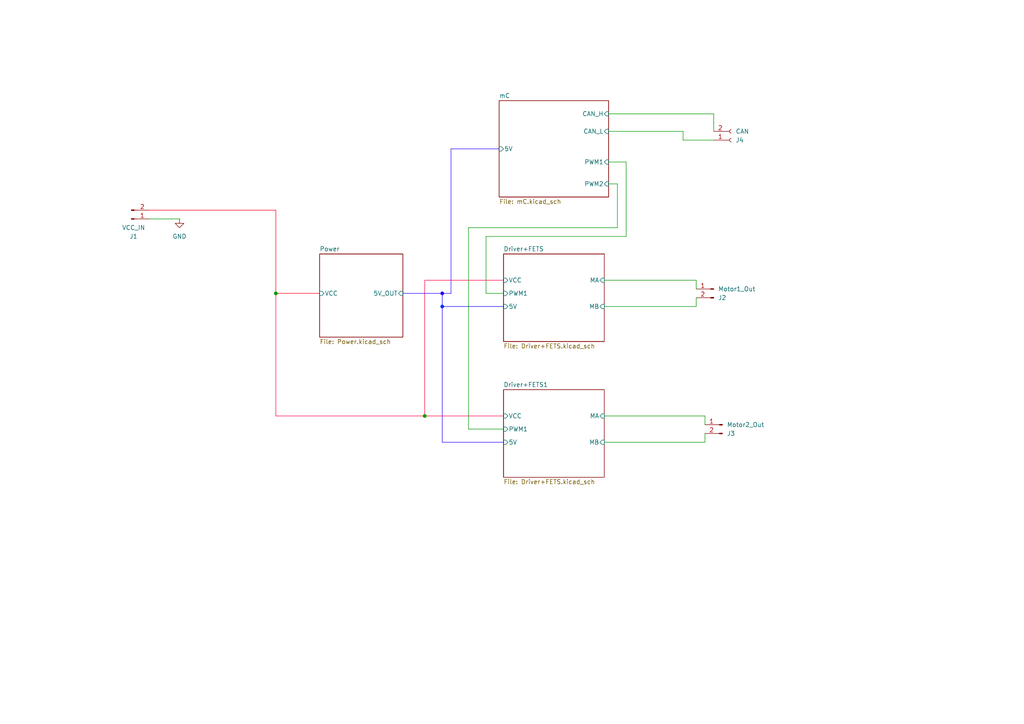
<source format=kicad_sch>
(kicad_sch (version 20231120) (generator "eeschema") (generator_version "8.0")
  (paper "A4")
  (title_block (title "BDC_MotorDriver") (date "2025-03-04") (rev "0.1"))
  (lib_symbols
    (symbol "Connector:Conn_01x02_Pin" (pin_names (offset 1.016) hide)
      (property "Reference" "J" (at 0 2.54 0))
      (property "Value" "Conn_01x02_Pin" (at 0 -5.08 0))
      (symbol "Conn_01x02_Pin_1_1"
        (polyline (pts (xy 1.27 -2.54) (xy 0.8636 -2.54)) (stroke (width 0.1524)))
        (polyline (pts (xy 1.27 0) (xy 0.8636 0)) (stroke (width 0.1524)))
        (rectangle (start 0.8636 -2.413) (end 0 -2.667) (stroke (width 0.1524)) (fill (type outline)))
        (rectangle (start 0.8636 0.127) (end 0 -0.127) (stroke (width 0.1524)) (fill (type outline)))
        (pin passive line (at 5.08 0 180) (length 3.81) (name "Pin_1") (number "1"))
        (pin passive line (at 5.08 -2.54 180) (length 3.81) (name "Pin_2") (number "2"))
      )
    )
    (symbol "Connector:Conn_01x02_Socket" (pin_names (offset 1.016) hide)
      (property "Reference" "J" (at 0 2.54 0))
      (property "Value" "Conn_01x02_Socket" (at 0 -5.08 0))
      (symbol "Conn_01x02_Socket_1_1"
        (arc (start 0 -2.032) (mid -0.5058 -2.54) (end 0 -3.048) (stroke (width 0.1524)))
        (polyline (pts (xy -1.27 -2.54) (xy -0.508 -2.54)) (stroke (width 0.1524)))
        (polyline (pts (xy -1.27 0) (xy -0.508 0)) (stroke (width 0.1524)))
        (arc (start 0 0.508) (mid -0.5058 0) (end 0 -0.508) (stroke (width 0.1524)))
        (pin passive line (at -5.08 0 0) (length 3.81) (name "Pin_1") (number "1"))
        (pin passive line (at -5.08 -2.54 0) (length 3.81) (name "Pin_2") (number "2"))
      )
    )
    (symbol "power:GND" (power) (pin_numbers hide) (pin_names (offset 0) hide)
      (property "Value" "GND" (at 0 -3.81 0))
      (symbol "GND_0_1"
        (polyline (pts (xy 0 0) (xy 0 -1.27) (xy 1.27 -1.27) (xy 0 -2.54) (xy -1.27 -1.27) (xy 0 -1.27)))
      )
      (symbol "GND_1_1"
        (pin power_in line (at 0 0 270) (length 0) (name "~") (number "1"))
      )
    )
  )
  (junction (at 80.01 85.09))
  (junction (at 128.27 88.9) (color 5 34 255 1))
  (junction (at 123.19 120.65))
  (junction (at 128.27 85.09) (color 26 0 255 1))
  (wire (pts (xy 204.47 128.27) (xy 204.47 125.73)))
  (wire (pts (xy 179.07 53.34) (xy 179.07 66.04)))
  (wire (pts (xy 135.89 66.04) (xy 135.89 124.46)))
  (wire (pts (xy 123.19 120.65) (xy 80.01 120.65)) (stroke (width 0) (color 255 7 69 1)))
  (wire (pts (xy 123.19 81.28) (xy 123.19 120.65)) (stroke (width 0) (color 255 7 69 1)))
  (wire (pts (xy 175.26 128.27) (xy 204.47 128.27)))
  (wire (pts (xy 179.07 66.04) (xy 135.89 66.04)))
  (wire (pts (xy 176.53 53.34) (xy 179.07 53.34)))
  (wire (pts (xy 204.47 120.65) (xy 204.47 123.19)))
  (wire (pts (xy 43.18 60.96) (xy 80.01 60.96)) (stroke (width 0) (color 255 0 27 1)))
  (wire (pts (xy 128.27 88.9) (xy 128.27 85.09)) (stroke (width 0) (color 15 1 255 1)))
  (wire (pts (xy 130.81 85.09) (xy 130.81 43.18)) (stroke (width 0) (color 45 0 255 1)))
  (wire (pts (xy 198.12 40.64) (xy 207.01 40.64)))
  (wire (pts (xy 176.53 38.1) (xy 198.12 38.1)))
  (wire (pts (xy 176.53 46.99) (xy 181.61 46.99)))
  (wire (pts (xy 175.26 81.28) (xy 201.93 81.28)))
  (wire (pts (xy 176.53 33.02) (xy 207.01 33.02)))
  (wire (pts (xy 130.81 43.18) (xy 144.78 43.18)) (stroke (width 0) (color 45 0 255 1)))
  (wire (pts (xy 175.26 88.9) (xy 201.93 88.9)))
  (wire (pts (xy 146.05 81.28) (xy 123.19 81.28)) (stroke (width 0) (color 255 7 69 1)))
  (wire (pts (xy 175.26 120.65) (xy 204.47 120.65)))
  (wire (pts (xy 146.05 128.27) (xy 128.27 128.27)) (stroke (width 0) (color 41 0 255 1)))
  (wire (pts (xy 135.89 124.46) (xy 146.05 124.46)))
  (wire (pts (xy 128.27 128.27) (xy 128.27 88.9)) (stroke (width 0) (color 41 0 255 1)))
  (wire (pts (xy 181.61 68.58) (xy 140.97 68.58)))
  (wire (pts (xy 146.05 120.65) (xy 123.19 120.65)) (stroke (width 0) (color 255 7 69 1)))
  (wire (pts (xy 181.61 46.99) (xy 181.61 68.58)))
  (wire (pts (xy 80.01 120.65) (xy 80.01 85.09)) (stroke (width 0) (color 255 7 69 1)))
  (wire (pts (xy 201.93 81.28) (xy 201.93 83.82)))
  (wire (pts (xy 80.01 85.09) (xy 92.71 85.09)) (stroke (width 0) (color 255 0 27 1)))
  (wire (pts (xy 140.97 85.09) (xy 146.05 85.09)))
  (wire (pts (xy 140.97 68.58) (xy 140.97 85.09)))
  (wire (pts (xy 146.05 88.9) (xy 128.27 88.9)) (stroke (width 0) (color 15 1 255 1)))
  (wire (pts (xy 80.01 60.96) (xy 80.01 85.09)) (stroke (width 0) (color 255 0 27 1)))
  (wire (pts (xy 198.12 38.1) (xy 198.12 40.64)))
  (wire (pts (xy 207.01 33.02) (xy 207.01 38.1)))
  (wire (pts (xy 128.27 85.09) (xy 130.81 85.09)) (stroke (width 0) (color 45 0 255 1)))
  (wire (pts (xy 116.84 85.09) (xy 128.27 85.09)) (stroke (width 0) (color 45 0 255 1)))
  (wire (pts (xy 43.18 63.5) (xy 52.07 63.5)))
  (wire (pts (xy 201.93 88.9) (xy 201.93 86.36)))
  (symbol (lib_id "Connector:Conn_01x02_Pin") (at 207.01 83.82 0) (mirror y) (unit 1)
    (property "Reference" "J2" (at 208.28 86.3601 0) (effects (justify right)))
    (property "Value" "Motor1_Out" (at 208.28 83.8201 0) (effects (justify right)))
    (property "Footprint" "Connector_AMASS:AMASS_XT60PW-M_1x02_P7.20mm_Horizontal" (effects (hide yes)))
    (property "Description" "Generic connector, single row, 01x02, script generated" (effects (hide yes)))
  )
  (symbol (lib_id "Connector:Conn_01x02_Pin") (at 38.1 63.5 0) (mirror x) (unit 1)
    (property "Reference" "J1" (at 38.735 68.58 0))
    (property "Value" "VCC_IN" (at 38.735 66.04 0))
    (property "Footprint" "Connector_AMASS:AMASS_XT60PW-M_1x02_P7.20mm_Horizontal" (effects (hide yes)))
    (property "Description" "Generic connector, single row, 01x02, script generated" (effects (hide yes)))
  )
  (symbol (lib_id "Connector:Conn_01x02_Socket") (at 212.09 40.64 0) (mirror x) (unit 1)
    (property "Reference" "J4" (at 213.36 40.6401 0) (effects (justify left)))
    (property "Value" "CAN" (at 213.36 38.1001 0) (effects (justify left)))
    (property "Footprint" "Connector_AMASS:AMASS_XT30PW-M_1x02_P2.50mm_Horizontal" (effects (hide yes)))
    (property "Description" "Generic connector, single row, 01x02, script generated" (effects (hide yes)))
  )
  (symbol (lib_id "Connector:Conn_01x02_Pin") (at 209.55 123.19 0) (mirror y) (unit 1)
    (property "Reference" "J3" (at 210.82 125.7301 0) (effects (justify right)))
    (property "Value" "Motor2_Out" (at 210.82 123.1901 0) (effects (justify right)))
    (property "Footprint" "Connector_AMASS:AMASS_XT60PW-M_1x02_P7.20mm_Horizontal" (effects (hide yes)))
    (property "Description" "Generic connector, single row, 01x02, script generated" (effects (hide yes)))
  )
  (symbol (lib_id "power:GND") (at 52.07 63.5 0) (unit 1)
    (property "Reference" "#PWR1" (effects (hide yes)))
    (property "Value" "GND" (at 52.07 68.58 0))
    (property "Description" "Power symbol creates a global label with name \"GND\" , ground" (effects (hide yes)))
  )
  (sheet (at 144.78 29.21) (size 31.75 27.94) (stroke (width 0.1524))
    (property "Sheetname" "mC" (at 144.78 28.4984 0) (effects (justify left bottom)))
    (property "Sheetfile" "mC.kicad_sch" (at 144.78 57.7346 0) (effects (justify left top)))
    (pin "CAN_H" input (at 176.53 33.02 0))
    (pin "CAN_L" input (at 176.53 38.1 0))
    (pin "5V" input (at 144.78 43.18 180))
    (pin "PWM1" input (at 176.53 46.99 0))
    (pin "PWM2" input (at 176.53 53.34 0))
  )
  (sheet (at 92.71 73.66) (size 24.13 24.13) (stroke (width 0.1524))
    (property "Sheetname" "Power" (at 92.71 72.9484 0) (effects (justify left bottom)))
    (property "Sheetfile" "Power.kicad_sch" (at 92.71 98.3746 0) (effects (justify left top)))
    (pin "5V_OUT" input (at 116.84 85.09 0))
    (pin "VCC" input (at 92.71 85.09 180))
  )
  (sheet (at 146.05 73.66) (size 29.21 25.4) (stroke (width 0.1524))
    (property "Sheetname" "Driver+FETS" (at 146.05 72.9484 0) (effects (justify left bottom)))
    (property "Sheetfile" "Driver+FETS.kicad_sch" (at 146.05 99.6446 0) (effects (justify left top)))
    (pin "MA" input (at 175.26 81.28 0))
    (pin "MB" input (at 175.26 88.9 0))
    (pin "VCC" input (at 146.05 81.28 180))
    (pin "PWM1" input (at 146.05 85.09 180))
    (pin "5V" input (at 146.05 88.9 180))
  )
  (sheet (at 146.05 113.03) (size 29.21 25.4) (stroke (width 0.1524))
    (property "Sheetname" "Driver+FETS1" (at 146.05 112.3184 0) (effects (justify left bottom)))
    (property "Sheetfile" "Driver+FETS.kicad_sch" (at 146.05 139.0146 0) (effects (justify left top)))
    (pin "MA" input (at 175.26 120.65 0))
    (pin "MB" input (at 175.26 128.27 0))
    (pin "VCC" input (at 146.05 120.65 180))
    (pin "PWM1" input (at 146.05 124.46 180))
    (pin "5V" input (at 146.05 128.27 180))
  )
)
</source>
